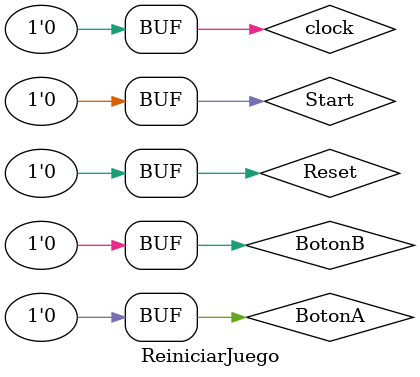
<source format=v>
`timescale 1ns / 1ps


module ReiniciarJuego;

	// Inputs
	reg clock;
	reg Reset;
	reg Start;
	reg BotonA;
	reg BotonB;

	// Outputs
	wire LedRED;
	wire LedVerde;
	wire LedFin;
	wire [6:0] displaytotal;
	wire Switch0;
	wire Switch1;
	wire Switch2;
	wire Switch3;

	// Instantiate the Unit Under Test (UUT)
	main uut (
		.clock(clock), 
		.Reset(Reset), 
		.Start(Start), 
		.BotonA(BotonA), 
		.BotonB(BotonB), 
		.LedRED(LedRED), 
		.LedVerde(LedVerde), 
		.LedFin(LedFin), 
		.displaytotal(displaytotal), 
		.Switch0(Switch0), 
		.Switch1(Switch1), 
		.Switch2(Switch2), 
		.Switch3(Switch3)
	);

	initial begin
		// Initialize Inputs
		clock = 0;
		Reset = 0;
		Start = 0;
		BotonA = 0;
		BotonB = 0;

		// Wait 100 ns for global reset to finish
		#100;
        
		// Add stimulus here

	end
      
endmodule


</source>
